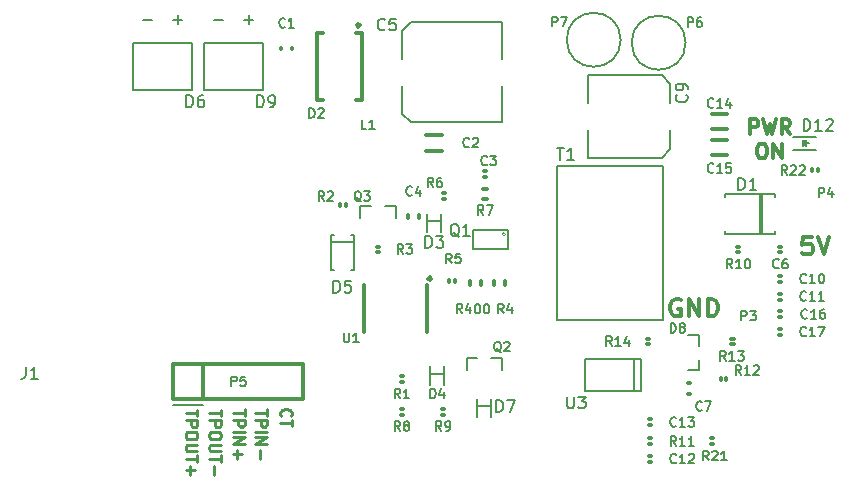
<source format=gto>
G04 #@! TF.FileFunction,Legend,Top*
%FSLAX45Y45*%
G04 Gerber Fmt 4.5, Leading zero omitted, Abs format (unit mm)*
G04 Created by KiCad (PCBNEW (2015-11-19 BZR 6326, Git 08d9b36)-product) date Mon 23 Nov 2015 03:22:04 AM EST*
%MOMM*%
G01*
G04 APERTURE LIST*
%ADD10C,0.100000*%
%ADD11C,0.300000*%
%ADD12C,0.250000*%
%ADD13C,0.350000*%
%ADD14C,0.150000*%
%ADD15C,0.200000*%
G04 APERTURE END LIST*
D10*
D11*
X13273333Y-4474048D02*
X13273333Y-4349048D01*
X13320952Y-4349048D01*
X13332857Y-4355000D01*
X13338810Y-4360952D01*
X13344762Y-4372857D01*
X13344762Y-4390714D01*
X13338810Y-4402619D01*
X13332857Y-4408571D01*
X13320952Y-4414524D01*
X13273333Y-4414524D01*
X13386429Y-4349048D02*
X13416190Y-4474048D01*
X13440000Y-4384762D01*
X13463810Y-4474048D01*
X13493571Y-4349048D01*
X13612619Y-4474048D02*
X13570952Y-4414524D01*
X13541190Y-4474048D02*
X13541190Y-4349048D01*
X13588810Y-4349048D01*
X13600714Y-4355000D01*
X13606667Y-4360952D01*
X13612619Y-4372857D01*
X13612619Y-4390714D01*
X13606667Y-4402619D01*
X13600714Y-4408571D01*
X13588810Y-4414524D01*
X13541190Y-4414524D01*
X13362619Y-4554048D02*
X13386429Y-4554048D01*
X13398333Y-4560000D01*
X13410238Y-4571905D01*
X13416190Y-4595714D01*
X13416190Y-4637381D01*
X13410238Y-4661191D01*
X13398333Y-4673095D01*
X13386429Y-4679048D01*
X13362619Y-4679048D01*
X13350714Y-4673095D01*
X13338809Y-4661191D01*
X13332857Y-4637381D01*
X13332857Y-4595714D01*
X13338809Y-4571905D01*
X13350714Y-4560000D01*
X13362619Y-4554048D01*
X13469762Y-4679048D02*
X13469762Y-4554048D01*
X13541190Y-4679048D01*
X13541190Y-4554048D01*
D12*
X9304286Y-6862857D02*
X9299524Y-6858095D01*
X9294762Y-6843810D01*
X9294762Y-6834286D01*
X9299524Y-6820000D01*
X9309048Y-6810476D01*
X9318571Y-6805714D01*
X9337619Y-6800952D01*
X9351905Y-6800952D01*
X9370952Y-6805714D01*
X9380476Y-6810476D01*
X9390000Y-6820000D01*
X9394762Y-6834286D01*
X9394762Y-6843810D01*
X9390000Y-6858095D01*
X9385238Y-6862857D01*
X9394762Y-6891429D02*
X9394762Y-6948571D01*
X9294762Y-6920000D02*
X9394762Y-6920000D01*
X9184762Y-6803333D02*
X9184762Y-6860476D01*
X9084762Y-6831905D02*
X9184762Y-6831905D01*
X9084762Y-6893810D02*
X9184762Y-6893810D01*
X9184762Y-6931905D01*
X9180000Y-6941429D01*
X9175238Y-6946191D01*
X9165714Y-6950952D01*
X9151429Y-6950952D01*
X9141905Y-6946191D01*
X9137143Y-6941429D01*
X9132381Y-6931905D01*
X9132381Y-6893810D01*
X9084762Y-6993810D02*
X9184762Y-6993810D01*
X9084762Y-7041429D02*
X9184762Y-7041429D01*
X9084762Y-7098571D01*
X9184762Y-7098571D01*
X9122857Y-7146190D02*
X9122857Y-7222381D01*
X8994762Y-6803333D02*
X8994762Y-6860476D01*
X8894762Y-6831905D02*
X8994762Y-6831905D01*
X8894762Y-6893810D02*
X8994762Y-6893810D01*
X8994762Y-6931905D01*
X8990000Y-6941429D01*
X8985238Y-6946191D01*
X8975714Y-6950952D01*
X8961429Y-6950952D01*
X8951905Y-6946191D01*
X8947143Y-6941429D01*
X8942381Y-6931905D01*
X8942381Y-6893810D01*
X8894762Y-6993810D02*
X8994762Y-6993810D01*
X8894762Y-7041429D02*
X8994762Y-7041429D01*
X8894762Y-7098571D01*
X8994762Y-7098571D01*
X8932857Y-7146190D02*
X8932857Y-7222381D01*
X8894762Y-7184286D02*
X8970952Y-7184286D01*
X8794762Y-6806667D02*
X8794762Y-6863810D01*
X8694762Y-6835238D02*
X8794762Y-6835238D01*
X8694762Y-6897143D02*
X8794762Y-6897143D01*
X8794762Y-6935238D01*
X8790000Y-6944762D01*
X8785238Y-6949524D01*
X8775714Y-6954286D01*
X8761429Y-6954286D01*
X8751905Y-6949524D01*
X8747143Y-6944762D01*
X8742381Y-6935238D01*
X8742381Y-6897143D01*
X8794762Y-7016190D02*
X8794762Y-7035238D01*
X8790000Y-7044762D01*
X8780476Y-7054286D01*
X8761429Y-7059048D01*
X8728095Y-7059048D01*
X8709048Y-7054286D01*
X8699524Y-7044762D01*
X8694762Y-7035238D01*
X8694762Y-7016190D01*
X8699524Y-7006667D01*
X8709048Y-6997143D01*
X8728095Y-6992381D01*
X8761429Y-6992381D01*
X8780476Y-6997143D01*
X8790000Y-7006667D01*
X8794762Y-7016190D01*
X8794762Y-7101905D02*
X8713810Y-7101905D01*
X8704286Y-7106667D01*
X8699524Y-7111429D01*
X8694762Y-7120952D01*
X8694762Y-7140000D01*
X8699524Y-7149524D01*
X8704286Y-7154286D01*
X8713810Y-7159048D01*
X8794762Y-7159048D01*
X8794762Y-7192381D02*
X8794762Y-7249524D01*
X8694762Y-7220952D02*
X8794762Y-7220952D01*
X8732857Y-7282857D02*
X8732857Y-7359048D01*
X8594762Y-6806667D02*
X8594762Y-6863810D01*
X8494762Y-6835238D02*
X8594762Y-6835238D01*
X8494762Y-6897143D02*
X8594762Y-6897143D01*
X8594762Y-6935238D01*
X8590000Y-6944762D01*
X8585238Y-6949524D01*
X8575714Y-6954286D01*
X8561429Y-6954286D01*
X8551905Y-6949524D01*
X8547143Y-6944762D01*
X8542381Y-6935238D01*
X8542381Y-6897143D01*
X8594762Y-7016190D02*
X8594762Y-7035238D01*
X8590000Y-7044762D01*
X8580476Y-7054286D01*
X8561429Y-7059048D01*
X8528095Y-7059048D01*
X8509048Y-7054286D01*
X8499524Y-7044762D01*
X8494762Y-7035238D01*
X8494762Y-7016190D01*
X8499524Y-7006667D01*
X8509048Y-6997143D01*
X8528095Y-6992381D01*
X8561429Y-6992381D01*
X8580476Y-6997143D01*
X8590000Y-7006667D01*
X8594762Y-7016190D01*
X8594762Y-7101905D02*
X8513810Y-7101905D01*
X8504286Y-7106667D01*
X8499524Y-7111429D01*
X8494762Y-7120952D01*
X8494762Y-7140000D01*
X8499524Y-7149524D01*
X8504286Y-7154286D01*
X8513810Y-7159048D01*
X8594762Y-7159048D01*
X8594762Y-7192381D02*
X8594762Y-7249524D01*
X8494762Y-7220952D02*
X8594762Y-7220952D01*
X8532857Y-7282857D02*
X8532857Y-7359048D01*
X8494762Y-7320952D02*
X8570952Y-7320952D01*
D11*
X12685714Y-5875000D02*
X12671429Y-5867857D01*
X12650000Y-5867857D01*
X12628571Y-5875000D01*
X12614286Y-5889286D01*
X12607143Y-5903571D01*
X12600000Y-5932143D01*
X12600000Y-5953571D01*
X12607143Y-5982143D01*
X12614286Y-5996429D01*
X12628571Y-6010714D01*
X12650000Y-6017857D01*
X12664286Y-6017857D01*
X12685714Y-6010714D01*
X12692857Y-6003571D01*
X12692857Y-5953571D01*
X12664286Y-5953571D01*
X12757143Y-6017857D02*
X12757143Y-5867857D01*
X12842857Y-6017857D01*
X12842857Y-5867857D01*
X12914286Y-6017857D02*
X12914286Y-5867857D01*
X12950000Y-5867857D01*
X12971429Y-5875000D01*
X12985714Y-5889286D01*
X12992857Y-5903571D01*
X13000000Y-5932143D01*
X13000000Y-5953571D01*
X12992857Y-5982143D01*
X12985714Y-5996429D01*
X12971429Y-6010714D01*
X12950000Y-6017857D01*
X12914286Y-6017857D01*
X13796429Y-5342857D02*
X13725000Y-5342857D01*
X13717857Y-5414286D01*
X13725000Y-5407143D01*
X13739286Y-5400000D01*
X13775000Y-5400000D01*
X13789286Y-5407143D01*
X13796429Y-5414286D01*
X13803571Y-5428571D01*
X13803571Y-5464286D01*
X13796429Y-5478571D01*
X13789286Y-5485714D01*
X13775000Y-5492857D01*
X13739286Y-5492857D01*
X13725000Y-5485714D01*
X13717857Y-5478571D01*
X13846429Y-5342857D02*
X13896429Y-5492857D01*
X13946429Y-5342857D01*
D13*
X10774600Y-5729600D02*
X10774600Y-5710400D01*
X10774600Y-5710400D02*
X10774600Y-5729600D01*
X10725400Y-5729600D02*
X10725400Y-5710400D01*
X10725400Y-5710400D02*
X10725400Y-5729600D01*
X9302900Y-3742900D02*
X9302900Y-3757100D01*
X9302900Y-3757100D02*
X9302900Y-3742900D01*
X9397100Y-3742900D02*
X9397100Y-3757100D01*
X9397100Y-3757100D02*
X9397100Y-3742900D01*
X10532900Y-4614600D02*
X10667100Y-4614600D01*
X10667100Y-4614600D02*
X10532900Y-4614600D01*
X10532900Y-4485400D02*
X10667100Y-4485400D01*
X10667100Y-4485400D02*
X10532900Y-4485400D01*
X11037100Y-4785400D02*
X11022900Y-4785400D01*
X11022900Y-4785400D02*
X11037100Y-4785400D01*
X11037100Y-4834600D02*
X11022900Y-4834600D01*
X11022900Y-4834600D02*
X11037100Y-4834600D01*
X10469600Y-5182100D02*
X10469600Y-5157900D01*
X10469600Y-5157900D02*
X10469600Y-5182100D01*
X10380400Y-5182100D02*
X10380400Y-5157900D01*
X10380400Y-5157900D02*
X10380400Y-5182100D01*
D14*
X10325000Y-3600000D02*
X10400000Y-3525000D01*
X10325000Y-4300000D02*
X10400000Y-4375000D01*
X11175000Y-4375000D02*
X11175000Y-4065000D01*
X10325000Y-3840000D02*
X10325000Y-3600000D01*
X10400000Y-3525000D02*
X11175000Y-3525000D01*
X11175000Y-3525000D02*
X11175000Y-3835000D01*
X10325000Y-4300000D02*
X10325000Y-4065000D01*
X10400000Y-4375000D02*
X11175000Y-4375000D01*
D13*
X13537100Y-5425400D02*
X13522900Y-5425400D01*
X13522900Y-5425400D02*
X13537100Y-5425400D01*
X13537100Y-5474600D02*
X13522900Y-5474600D01*
X13522900Y-5474600D02*
X13537100Y-5474600D01*
X12762100Y-6582900D02*
X12747900Y-6582900D01*
X12747900Y-6582900D02*
X12762100Y-6582900D01*
X12762100Y-6677100D02*
X12747900Y-6677100D01*
X12747900Y-6677100D02*
X12762100Y-6677100D01*
D14*
X12600000Y-4600000D02*
X12525000Y-4675000D01*
X12600000Y-4050000D02*
X12525000Y-3975000D01*
X11900000Y-3975000D02*
X11900000Y-4210000D01*
X12600000Y-4435000D02*
X12600000Y-4600000D01*
X12525000Y-4675000D02*
X11900000Y-4675000D01*
X11900000Y-4675000D02*
X11900000Y-4440000D01*
X12600000Y-4050000D02*
X12600000Y-4210000D01*
X12525000Y-3975000D02*
X11900000Y-3975000D01*
D13*
X13537100Y-5675400D02*
X13522900Y-5675400D01*
X13522900Y-5675400D02*
X13537100Y-5675400D01*
X13537100Y-5724600D02*
X13522900Y-5724600D01*
X13522900Y-5724600D02*
X13537100Y-5724600D01*
X13537100Y-5825400D02*
X13522900Y-5825400D01*
X13522900Y-5825400D02*
X13537100Y-5825400D01*
X13537100Y-5874600D02*
X13522900Y-5874600D01*
X13522900Y-5874600D02*
X13537100Y-5874600D01*
X12432100Y-7200400D02*
X12417900Y-7200400D01*
X12417900Y-7200400D02*
X12432100Y-7200400D01*
X12432100Y-7249600D02*
X12417900Y-7249600D01*
X12417900Y-7249600D02*
X12432100Y-7249600D01*
X12432100Y-6889270D02*
X12417900Y-6889270D01*
X12417900Y-6889270D02*
X12432100Y-6889270D01*
X12432100Y-6938470D02*
X12417900Y-6938470D01*
X12417900Y-6938470D02*
X12432100Y-6938470D01*
X12947900Y-4429600D02*
X13082100Y-4429600D01*
X13082100Y-4429600D02*
X12947900Y-4429600D01*
X12947900Y-4300400D02*
X13082100Y-4300400D01*
X13082100Y-4300400D02*
X12947900Y-4300400D01*
X12947900Y-4654600D02*
X13082100Y-4654600D01*
X13082100Y-4654600D02*
X12947900Y-4654600D01*
X12947900Y-4525400D02*
X13082100Y-4525400D01*
X13082100Y-4525400D02*
X12947900Y-4525400D01*
X13537100Y-5975400D02*
X13522900Y-5975400D01*
X13522900Y-5975400D02*
X13537100Y-5975400D01*
X13537100Y-6024600D02*
X13522900Y-6024600D01*
X13522900Y-6024600D02*
X13537100Y-6024600D01*
X13537100Y-6125400D02*
X13522900Y-6125400D01*
X13522900Y-6125400D02*
X13537100Y-6125400D01*
X13537100Y-6174600D02*
X13522900Y-6174600D01*
X13522900Y-6174600D02*
X13537100Y-6174600D01*
D11*
X13365000Y-4990000D02*
X13365000Y-5310000D01*
D14*
X13485000Y-5320000D02*
X13485000Y-5290000D01*
X13065000Y-5320000D02*
X13485000Y-5320000D01*
X13065000Y-5290000D02*
X13065000Y-5320000D01*
X13485000Y-4980000D02*
X13485000Y-5010000D01*
X13065000Y-4980000D02*
X13485000Y-4980000D01*
X13065000Y-5010000D02*
X13065000Y-4980000D01*
D13*
X9940600Y-3617300D02*
X9992700Y-3617300D01*
X9992700Y-3617300D02*
X9992700Y-4182700D01*
X9992700Y-4182700D02*
X9940600Y-4182700D01*
X9659400Y-3617300D02*
X9607300Y-3617300D01*
X9607300Y-3617300D02*
X9607300Y-4182700D01*
X9607300Y-4182700D02*
X9659400Y-4182700D01*
X9957110Y-3541100D02*
X9969810Y-3553800D01*
X9969810Y-3553800D02*
X9957110Y-3566500D01*
X9957110Y-3566500D02*
X9944410Y-3553800D01*
X9944410Y-3553800D02*
X9957110Y-3541100D01*
D15*
X10658366Y-5211995D02*
X10548366Y-5211995D01*
D14*
X10540000Y-5150000D02*
X10540000Y-5305000D01*
X10660000Y-5150000D02*
X10660000Y-5305000D01*
D15*
X10683366Y-6501994D02*
X10573366Y-6501994D01*
D14*
X10565000Y-6440000D02*
X10565000Y-6595000D01*
X10685000Y-6440000D02*
X10685000Y-6595000D01*
D15*
X9925000Y-5385000D02*
X9725000Y-5385000D01*
X9725000Y-5325000D02*
X9755000Y-5325000D01*
X9725000Y-5625000D02*
X9725000Y-5325000D01*
X9755000Y-5625000D02*
X9725000Y-5625000D01*
X9925000Y-5625000D02*
X9895000Y-5625000D01*
X9925000Y-5615000D02*
X9925000Y-5625000D01*
X9925000Y-5325000D02*
X9925000Y-5615000D01*
X9895000Y-5325000D02*
X9925000Y-5325000D01*
X8050000Y-4100000D02*
X8050000Y-3700000D01*
X8550000Y-4100000D02*
X8050000Y-4100000D01*
X8550000Y-3700000D02*
X8550000Y-4100000D01*
X8050000Y-3700000D02*
X8550000Y-3700000D01*
X11083366Y-6776994D02*
X10973366Y-6776994D01*
D14*
X10965000Y-6715000D02*
X10965000Y-6870000D01*
X11085000Y-6715000D02*
X11085000Y-6870000D01*
X12845000Y-6385000D02*
X12845000Y-6475000D01*
X12845000Y-6475000D02*
X12745000Y-6475000D01*
X12745000Y-6175000D02*
X12845000Y-6175000D01*
X12845000Y-6175000D02*
X12845000Y-6265000D01*
D15*
X8650000Y-4100000D02*
X8650000Y-3700000D01*
X9150000Y-4100000D02*
X8650000Y-4100000D01*
X9150000Y-3700000D02*
X9150000Y-4100000D01*
X8650000Y-3700000D02*
X9150000Y-3700000D01*
D14*
X13640000Y-4605000D02*
X13830000Y-4605000D01*
X13640000Y-4495000D02*
X13830000Y-4495000D01*
X13730000Y-4550000D02*
X13775000Y-4550000D01*
X13725000Y-4525000D02*
X13725000Y-4575000D01*
X13725000Y-4550000D02*
X13750000Y-4525000D01*
X13750000Y-4525000D02*
X13750000Y-4575000D01*
X13750000Y-4575000D02*
X13725000Y-4550000D01*
D13*
X8390000Y-6420000D02*
X9490000Y-6420000D01*
X9490000Y-6420000D02*
X9490000Y-6720000D01*
X9490000Y-6720000D02*
X8390000Y-6720000D01*
X8390000Y-6720000D02*
X8390000Y-6420000D01*
X8640000Y-6420000D02*
X8640000Y-6720000D01*
D14*
X8390000Y-6770000D02*
X8640000Y-6770000D01*
X12728600Y-3700000D02*
G75*
G03X12728600Y-3700000I-228600J0D01*
G01*
X12178600Y-3675000D02*
G75*
G03X12178600Y-3675000I-228600J0D01*
G01*
D10*
X11203482Y-5321300D02*
G75*
G03X11203482Y-5321300I-14142J0D01*
G01*
D15*
X10924340Y-5446300D02*
X10924340Y-5286300D01*
X11224340Y-5446300D02*
X10924340Y-5446300D01*
X11224340Y-5286300D02*
X11224340Y-5446300D01*
X10924340Y-5286300D02*
X11224340Y-5286300D01*
D14*
X11085000Y-6370000D02*
X11175000Y-6370000D01*
X11175000Y-6370000D02*
X11175000Y-6470000D01*
X10875000Y-6470000D02*
X10875000Y-6370000D01*
X10875000Y-6370000D02*
X10965000Y-6370000D01*
X10185000Y-5080000D02*
X10275000Y-5080000D01*
X10275000Y-5080000D02*
X10275000Y-5180000D01*
X9975000Y-5180000D02*
X9975000Y-5080000D01*
X9975000Y-5080000D02*
X10065000Y-5080000D01*
D13*
X10315400Y-6574600D02*
X10334600Y-6574600D01*
X10334600Y-6574600D02*
X10315400Y-6574600D01*
X10315400Y-6525400D02*
X10334600Y-6525400D01*
X10334600Y-6525400D02*
X10315400Y-6525400D01*
X9800400Y-5065400D02*
X9800400Y-5084600D01*
X9800400Y-5084600D02*
X9800400Y-5065400D01*
X9849600Y-5065400D02*
X9849600Y-5084600D01*
X9849600Y-5084600D02*
X9849600Y-5065400D01*
X10115400Y-5474600D02*
X10134600Y-5474600D01*
X10134600Y-5474600D02*
X10115400Y-5474600D01*
X10115400Y-5425400D02*
X10134600Y-5425400D01*
X10134600Y-5425400D02*
X10115400Y-5425400D01*
X11102900Y-5715400D02*
X11102900Y-5754600D01*
X11102900Y-5754600D02*
X11102900Y-5715400D01*
X11197100Y-5715400D02*
X11197100Y-5754600D01*
X11197100Y-5754600D02*
X11197100Y-5715400D01*
X10670400Y-5024600D02*
X10689600Y-5024600D01*
X10689600Y-5024600D02*
X10670400Y-5024600D01*
X10670400Y-4975400D02*
X10689600Y-4975400D01*
X10689600Y-4975400D02*
X10670400Y-4975400D01*
X11012900Y-5024600D02*
X11047100Y-5024600D01*
X11047100Y-5024600D02*
X11012900Y-5024600D01*
X11012900Y-4935400D02*
X11047100Y-4935400D01*
X11047100Y-4935400D02*
X11012900Y-4935400D01*
X10315400Y-6849600D02*
X10334600Y-6849600D01*
X10334600Y-6849600D02*
X10315400Y-6849600D01*
X10315400Y-6800400D02*
X10334600Y-6800400D01*
X10334600Y-6800400D02*
X10315400Y-6800400D01*
X10665400Y-6849600D02*
X10684600Y-6849600D01*
X10684600Y-6849600D02*
X10665400Y-6849600D01*
X10665400Y-6800400D02*
X10684600Y-6800400D01*
X10684600Y-6800400D02*
X10665400Y-6800400D01*
X13160400Y-5474600D02*
X13179600Y-5474600D01*
X13179600Y-5474600D02*
X13160400Y-5474600D01*
X13160400Y-5425400D02*
X13179600Y-5425400D01*
X13179600Y-5425400D02*
X13160400Y-5425400D01*
X12434600Y-7050400D02*
X12415400Y-7050400D01*
X12415400Y-7050400D02*
X12434600Y-7050400D01*
X12434600Y-7099600D02*
X12415400Y-7099600D01*
X12415400Y-7099600D02*
X12434600Y-7099600D01*
X13074600Y-6559600D02*
X13074600Y-6540400D01*
X13074600Y-6540400D02*
X13074600Y-6559600D01*
X13025400Y-6559600D02*
X13025400Y-6540400D01*
X13025400Y-6540400D02*
X13025400Y-6559600D01*
X13134600Y-6205400D02*
X13115400Y-6205400D01*
X13115400Y-6205400D02*
X13134600Y-6205400D01*
X13134600Y-6254600D02*
X13115400Y-6254600D01*
X13115400Y-6254600D02*
X13134600Y-6254600D01*
X12419600Y-6205400D02*
X12400400Y-6205400D01*
X12400400Y-6205400D02*
X12419600Y-6205400D01*
X12419600Y-6254600D02*
X12400400Y-6254600D01*
X12400400Y-6254600D02*
X12419600Y-6254600D01*
X12959600Y-7050400D02*
X12940400Y-7050400D01*
X12940400Y-7050400D02*
X12959600Y-7050400D01*
X12959600Y-7099600D02*
X12940400Y-7099600D01*
X12940400Y-7099600D02*
X12959600Y-7099600D01*
X13849600Y-4789600D02*
X13849600Y-4770400D01*
X13849600Y-4770400D02*
X13849600Y-4789600D01*
X13800400Y-4789600D02*
X13800400Y-4770400D01*
X13800400Y-4770400D02*
X13800400Y-4789600D01*
X10902900Y-5715400D02*
X10902900Y-5754600D01*
X10902900Y-5754600D02*
X10902900Y-5715400D01*
X10997100Y-5715400D02*
X10997100Y-5754600D01*
X10997100Y-5754600D02*
X10997100Y-5715400D01*
D14*
X12540000Y-4740000D02*
X11640000Y-4740000D01*
X12540000Y-6050000D02*
X11640000Y-6050000D01*
X11640000Y-4741000D02*
X11640000Y-6049000D01*
X12540000Y-6049000D02*
X12540000Y-4741000D01*
D13*
X10535900Y-5750500D02*
X10535900Y-6149500D01*
X10004100Y-5750500D02*
X10004100Y-6149500D01*
X10561300Y-5687000D02*
X10574000Y-5699700D01*
X10574000Y-5699700D02*
X10561300Y-5712400D01*
X10561300Y-5712400D02*
X10548600Y-5699700D01*
X10548600Y-5699700D02*
X10561300Y-5687000D01*
D15*
X12287500Y-6648500D02*
X12287500Y-6378500D01*
X11877500Y-6378500D02*
X11877500Y-6648500D01*
X12347500Y-6378500D02*
X11877500Y-6378500D01*
X12347500Y-6648500D02*
X12347500Y-6378500D01*
X11877500Y-6648500D02*
X12347500Y-6648500D01*
D14*
X10746667Y-5566191D02*
X10720000Y-5528095D01*
X10700952Y-5566191D02*
X10700952Y-5486191D01*
X10731429Y-5486191D01*
X10739048Y-5490000D01*
X10742857Y-5493810D01*
X10746667Y-5501429D01*
X10746667Y-5512857D01*
X10742857Y-5520476D01*
X10739048Y-5524286D01*
X10731429Y-5528095D01*
X10700952Y-5528095D01*
X10819048Y-5486191D02*
X10780952Y-5486191D01*
X10777143Y-5524286D01*
X10780952Y-5520476D01*
X10788572Y-5516667D01*
X10807619Y-5516667D01*
X10815238Y-5520476D01*
X10819048Y-5524286D01*
X10822857Y-5531905D01*
X10822857Y-5550952D01*
X10819048Y-5558571D01*
X10815238Y-5562381D01*
X10807619Y-5566191D01*
X10788572Y-5566191D01*
X10780952Y-5562381D01*
X10777143Y-5558571D01*
X9336667Y-3563571D02*
X9332857Y-3567381D01*
X9321429Y-3571190D01*
X9313810Y-3571190D01*
X9302381Y-3567381D01*
X9294762Y-3559762D01*
X9290952Y-3552143D01*
X9287143Y-3536905D01*
X9287143Y-3525476D01*
X9290952Y-3510238D01*
X9294762Y-3502619D01*
X9302381Y-3495000D01*
X9313810Y-3491190D01*
X9321429Y-3491190D01*
X9332857Y-3495000D01*
X9336667Y-3498809D01*
X9412857Y-3571190D02*
X9367143Y-3571190D01*
X9390000Y-3571190D02*
X9390000Y-3491190D01*
X9382381Y-3502619D01*
X9374762Y-3510238D01*
X9367143Y-3514048D01*
X10896667Y-4578571D02*
X10892857Y-4582381D01*
X10881429Y-4586191D01*
X10873810Y-4586191D01*
X10862381Y-4582381D01*
X10854762Y-4574762D01*
X10850952Y-4567143D01*
X10847143Y-4551905D01*
X10847143Y-4540476D01*
X10850952Y-4525238D01*
X10854762Y-4517619D01*
X10862381Y-4510000D01*
X10873810Y-4506191D01*
X10881429Y-4506191D01*
X10892857Y-4510000D01*
X10896667Y-4513810D01*
X10927143Y-4513810D02*
X10930952Y-4510000D01*
X10938572Y-4506191D01*
X10957619Y-4506191D01*
X10965238Y-4510000D01*
X10969048Y-4513810D01*
X10972857Y-4521429D01*
X10972857Y-4529048D01*
X10969048Y-4540476D01*
X10923333Y-4586191D01*
X10972857Y-4586191D01*
X11046667Y-4728571D02*
X11042857Y-4732381D01*
X11031429Y-4736191D01*
X11023810Y-4736191D01*
X11012381Y-4732381D01*
X11004762Y-4724762D01*
X11000952Y-4717143D01*
X10997143Y-4701905D01*
X10997143Y-4690476D01*
X11000952Y-4675238D01*
X11004762Y-4667619D01*
X11012381Y-4660000D01*
X11023810Y-4656191D01*
X11031429Y-4656191D01*
X11042857Y-4660000D01*
X11046667Y-4663810D01*
X11073333Y-4656191D02*
X11122857Y-4656191D01*
X11096191Y-4686667D01*
X11107619Y-4686667D01*
X11115238Y-4690476D01*
X11119048Y-4694286D01*
X11122857Y-4701905D01*
X11122857Y-4720952D01*
X11119048Y-4728571D01*
X11115238Y-4732381D01*
X11107619Y-4736191D01*
X11084762Y-4736191D01*
X11077143Y-4732381D01*
X11073333Y-4728571D01*
X10411667Y-4988571D02*
X10407857Y-4992381D01*
X10396429Y-4996191D01*
X10388810Y-4996191D01*
X10377381Y-4992381D01*
X10369762Y-4984762D01*
X10365952Y-4977143D01*
X10362143Y-4961905D01*
X10362143Y-4950476D01*
X10365952Y-4935238D01*
X10369762Y-4927619D01*
X10377381Y-4920000D01*
X10388810Y-4916191D01*
X10396429Y-4916191D01*
X10407857Y-4920000D01*
X10411667Y-4923810D01*
X10480238Y-4942857D02*
X10480238Y-4996191D01*
X10461191Y-4912381D02*
X10442143Y-4969524D01*
X10491667Y-4969524D01*
X10183333Y-3585714D02*
X10178572Y-3590476D01*
X10164286Y-3595238D01*
X10154762Y-3595238D01*
X10140476Y-3590476D01*
X10130952Y-3580952D01*
X10126191Y-3571429D01*
X10121429Y-3552381D01*
X10121429Y-3538095D01*
X10126191Y-3519048D01*
X10130952Y-3509524D01*
X10140476Y-3500000D01*
X10154762Y-3495238D01*
X10164286Y-3495238D01*
X10178572Y-3500000D01*
X10183333Y-3504762D01*
X10273810Y-3495238D02*
X10226191Y-3495238D01*
X10221429Y-3542857D01*
X10226191Y-3538095D01*
X10235714Y-3533333D01*
X10259524Y-3533333D01*
X10269048Y-3538095D01*
X10273810Y-3542857D01*
X10278572Y-3552381D01*
X10278572Y-3576190D01*
X10273810Y-3585714D01*
X10269048Y-3590476D01*
X10259524Y-3595238D01*
X10235714Y-3595238D01*
X10226191Y-3590476D01*
X10221429Y-3585714D01*
X13516667Y-5603571D02*
X13512857Y-5607381D01*
X13501429Y-5611190D01*
X13493810Y-5611190D01*
X13482381Y-5607381D01*
X13474762Y-5599762D01*
X13470952Y-5592143D01*
X13467143Y-5576905D01*
X13467143Y-5565476D01*
X13470952Y-5550238D01*
X13474762Y-5542619D01*
X13482381Y-5535000D01*
X13493810Y-5531191D01*
X13501429Y-5531191D01*
X13512857Y-5535000D01*
X13516667Y-5538810D01*
X13585238Y-5531191D02*
X13570000Y-5531191D01*
X13562381Y-5535000D01*
X13558571Y-5538810D01*
X13550952Y-5550238D01*
X13547143Y-5565476D01*
X13547143Y-5595952D01*
X13550952Y-5603571D01*
X13554762Y-5607381D01*
X13562381Y-5611190D01*
X13577619Y-5611190D01*
X13585238Y-5607381D01*
X13589048Y-5603571D01*
X13592857Y-5595952D01*
X13592857Y-5576905D01*
X13589048Y-5569286D01*
X13585238Y-5565476D01*
X13577619Y-5561667D01*
X13562381Y-5561667D01*
X13554762Y-5565476D01*
X13550952Y-5569286D01*
X13547143Y-5576905D01*
X12866667Y-6808571D02*
X12862857Y-6812381D01*
X12851429Y-6816190D01*
X12843810Y-6816190D01*
X12832381Y-6812381D01*
X12824762Y-6804762D01*
X12820952Y-6797143D01*
X12817143Y-6781905D01*
X12817143Y-6770476D01*
X12820952Y-6755238D01*
X12824762Y-6747619D01*
X12832381Y-6740000D01*
X12843810Y-6736190D01*
X12851429Y-6736190D01*
X12862857Y-6740000D01*
X12866667Y-6743809D01*
X12893333Y-6736190D02*
X12946667Y-6736190D01*
X12912381Y-6816190D01*
X12735714Y-4141667D02*
X12740476Y-4146428D01*
X12745238Y-4160714D01*
X12745238Y-4170238D01*
X12740476Y-4184524D01*
X12730952Y-4194048D01*
X12721429Y-4198810D01*
X12702381Y-4203571D01*
X12688095Y-4203571D01*
X12669048Y-4198810D01*
X12659524Y-4194048D01*
X12650000Y-4184524D01*
X12645238Y-4170238D01*
X12645238Y-4160714D01*
X12650000Y-4146428D01*
X12654762Y-4141667D01*
X12745238Y-4094048D02*
X12745238Y-4075000D01*
X12740476Y-4065476D01*
X12735714Y-4060714D01*
X12721429Y-4051190D01*
X12702381Y-4046428D01*
X12664286Y-4046428D01*
X12654762Y-4051190D01*
X12650000Y-4055952D01*
X12645238Y-4065476D01*
X12645238Y-4084524D01*
X12650000Y-4094048D01*
X12654762Y-4098809D01*
X12664286Y-4103571D01*
X12688095Y-4103571D01*
X12697619Y-4098809D01*
X12702381Y-4094048D01*
X12707143Y-4084524D01*
X12707143Y-4065476D01*
X12702381Y-4055952D01*
X12697619Y-4051190D01*
X12688095Y-4046428D01*
X13748571Y-5728571D02*
X13744762Y-5732381D01*
X13733333Y-5736190D01*
X13725714Y-5736190D01*
X13714286Y-5732381D01*
X13706667Y-5724762D01*
X13702857Y-5717143D01*
X13699048Y-5701905D01*
X13699048Y-5690476D01*
X13702857Y-5675238D01*
X13706667Y-5667619D01*
X13714286Y-5660000D01*
X13725714Y-5656190D01*
X13733333Y-5656190D01*
X13744762Y-5660000D01*
X13748571Y-5663809D01*
X13824762Y-5736190D02*
X13779048Y-5736190D01*
X13801905Y-5736190D02*
X13801905Y-5656190D01*
X13794286Y-5667619D01*
X13786667Y-5675238D01*
X13779048Y-5679048D01*
X13874286Y-5656190D02*
X13881905Y-5656190D01*
X13889524Y-5660000D01*
X13893333Y-5663809D01*
X13897143Y-5671429D01*
X13900952Y-5686667D01*
X13900952Y-5705714D01*
X13897143Y-5720952D01*
X13893333Y-5728571D01*
X13889524Y-5732381D01*
X13881905Y-5736190D01*
X13874286Y-5736190D01*
X13866667Y-5732381D01*
X13862857Y-5728571D01*
X13859048Y-5720952D01*
X13855238Y-5705714D01*
X13855238Y-5686667D01*
X13859048Y-5671429D01*
X13862857Y-5663809D01*
X13866667Y-5660000D01*
X13874286Y-5656190D01*
X13748571Y-5878571D02*
X13744762Y-5882381D01*
X13733333Y-5886190D01*
X13725714Y-5886190D01*
X13714286Y-5882381D01*
X13706667Y-5874762D01*
X13702857Y-5867143D01*
X13699048Y-5851905D01*
X13699048Y-5840476D01*
X13702857Y-5825238D01*
X13706667Y-5817619D01*
X13714286Y-5810000D01*
X13725714Y-5806190D01*
X13733333Y-5806190D01*
X13744762Y-5810000D01*
X13748571Y-5813809D01*
X13824762Y-5886190D02*
X13779048Y-5886190D01*
X13801905Y-5886190D02*
X13801905Y-5806190D01*
X13794286Y-5817619D01*
X13786667Y-5825238D01*
X13779048Y-5829048D01*
X13900952Y-5886190D02*
X13855238Y-5886190D01*
X13878095Y-5886190D02*
X13878095Y-5806190D01*
X13870476Y-5817619D01*
X13862857Y-5825238D01*
X13855238Y-5829048D01*
X12648571Y-7253571D02*
X12644762Y-7257381D01*
X12633333Y-7261190D01*
X12625714Y-7261190D01*
X12614286Y-7257381D01*
X12606667Y-7249762D01*
X12602857Y-7242143D01*
X12599048Y-7226905D01*
X12599048Y-7215476D01*
X12602857Y-7200238D01*
X12606667Y-7192619D01*
X12614286Y-7185000D01*
X12625714Y-7181190D01*
X12633333Y-7181190D01*
X12644762Y-7185000D01*
X12648571Y-7188809D01*
X12724762Y-7261190D02*
X12679048Y-7261190D01*
X12701905Y-7261190D02*
X12701905Y-7181190D01*
X12694286Y-7192619D01*
X12686667Y-7200238D01*
X12679048Y-7204048D01*
X12755238Y-7188809D02*
X12759048Y-7185000D01*
X12766667Y-7181190D01*
X12785714Y-7181190D01*
X12793333Y-7185000D01*
X12797143Y-7188809D01*
X12800952Y-7196429D01*
X12800952Y-7204048D01*
X12797143Y-7215476D01*
X12751429Y-7261190D01*
X12800952Y-7261190D01*
X12648571Y-6942441D02*
X12644762Y-6946251D01*
X12633333Y-6950060D01*
X12625714Y-6950060D01*
X12614286Y-6946251D01*
X12606667Y-6938632D01*
X12602857Y-6931013D01*
X12599048Y-6915775D01*
X12599048Y-6904346D01*
X12602857Y-6889108D01*
X12606667Y-6881489D01*
X12614286Y-6873870D01*
X12625714Y-6870060D01*
X12633333Y-6870060D01*
X12644762Y-6873870D01*
X12648571Y-6877679D01*
X12724762Y-6950060D02*
X12679048Y-6950060D01*
X12701905Y-6950060D02*
X12701905Y-6870060D01*
X12694286Y-6881489D01*
X12686667Y-6889108D01*
X12679048Y-6892917D01*
X12751429Y-6870060D02*
X12800952Y-6870060D01*
X12774286Y-6900537D01*
X12785714Y-6900537D01*
X12793333Y-6904346D01*
X12797143Y-6908156D01*
X12800952Y-6915775D01*
X12800952Y-6934822D01*
X12797143Y-6942441D01*
X12793333Y-6946251D01*
X12785714Y-6950060D01*
X12762857Y-6950060D01*
X12755238Y-6946251D01*
X12751429Y-6942441D01*
X12963571Y-4243571D02*
X12959762Y-4247381D01*
X12948333Y-4251191D01*
X12940714Y-4251191D01*
X12929286Y-4247381D01*
X12921667Y-4239762D01*
X12917857Y-4232143D01*
X12914048Y-4216905D01*
X12914048Y-4205476D01*
X12917857Y-4190238D01*
X12921667Y-4182619D01*
X12929286Y-4175000D01*
X12940714Y-4171190D01*
X12948333Y-4171190D01*
X12959762Y-4175000D01*
X12963571Y-4178809D01*
X13039762Y-4251191D02*
X12994048Y-4251191D01*
X13016905Y-4251191D02*
X13016905Y-4171190D01*
X13009286Y-4182619D01*
X13001667Y-4190238D01*
X12994048Y-4194048D01*
X13108333Y-4197857D02*
X13108333Y-4251191D01*
X13089286Y-4167381D02*
X13070238Y-4224524D01*
X13119762Y-4224524D01*
X12963571Y-4793571D02*
X12959762Y-4797381D01*
X12948333Y-4801191D01*
X12940714Y-4801191D01*
X12929286Y-4797381D01*
X12921667Y-4789762D01*
X12917857Y-4782143D01*
X12914048Y-4766905D01*
X12914048Y-4755476D01*
X12917857Y-4740238D01*
X12921667Y-4732619D01*
X12929286Y-4725000D01*
X12940714Y-4721191D01*
X12948333Y-4721191D01*
X12959762Y-4725000D01*
X12963571Y-4728810D01*
X13039762Y-4801191D02*
X12994048Y-4801191D01*
X13016905Y-4801191D02*
X13016905Y-4721191D01*
X13009286Y-4732619D01*
X13001667Y-4740238D01*
X12994048Y-4744048D01*
X13112143Y-4721191D02*
X13074048Y-4721191D01*
X13070238Y-4759286D01*
X13074048Y-4755476D01*
X13081667Y-4751667D01*
X13100714Y-4751667D01*
X13108333Y-4755476D01*
X13112143Y-4759286D01*
X13115952Y-4766905D01*
X13115952Y-4785952D01*
X13112143Y-4793571D01*
X13108333Y-4797381D01*
X13100714Y-4801191D01*
X13081667Y-4801191D01*
X13074048Y-4797381D01*
X13070238Y-4793571D01*
X13758571Y-6028571D02*
X13754762Y-6032381D01*
X13743333Y-6036190D01*
X13735714Y-6036190D01*
X13724286Y-6032381D01*
X13716667Y-6024762D01*
X13712857Y-6017143D01*
X13709048Y-6001905D01*
X13709048Y-5990476D01*
X13712857Y-5975238D01*
X13716667Y-5967619D01*
X13724286Y-5960000D01*
X13735714Y-5956190D01*
X13743333Y-5956190D01*
X13754762Y-5960000D01*
X13758571Y-5963809D01*
X13834762Y-6036190D02*
X13789048Y-6036190D01*
X13811905Y-6036190D02*
X13811905Y-5956190D01*
X13804286Y-5967619D01*
X13796667Y-5975238D01*
X13789048Y-5979048D01*
X13903333Y-5956190D02*
X13888095Y-5956190D01*
X13880476Y-5960000D01*
X13876667Y-5963809D01*
X13869048Y-5975238D01*
X13865238Y-5990476D01*
X13865238Y-6020952D01*
X13869048Y-6028571D01*
X13872857Y-6032381D01*
X13880476Y-6036190D01*
X13895714Y-6036190D01*
X13903333Y-6032381D01*
X13907143Y-6028571D01*
X13910952Y-6020952D01*
X13910952Y-6001905D01*
X13907143Y-5994286D01*
X13903333Y-5990476D01*
X13895714Y-5986667D01*
X13880476Y-5986667D01*
X13872857Y-5990476D01*
X13869048Y-5994286D01*
X13865238Y-6001905D01*
X13748571Y-6178571D02*
X13744762Y-6182381D01*
X13733333Y-6186190D01*
X13725714Y-6186190D01*
X13714286Y-6182381D01*
X13706667Y-6174762D01*
X13702857Y-6167143D01*
X13699048Y-6151905D01*
X13699048Y-6140476D01*
X13702857Y-6125238D01*
X13706667Y-6117619D01*
X13714286Y-6110000D01*
X13725714Y-6106190D01*
X13733333Y-6106190D01*
X13744762Y-6110000D01*
X13748571Y-6113809D01*
X13824762Y-6186190D02*
X13779048Y-6186190D01*
X13801905Y-6186190D02*
X13801905Y-6106190D01*
X13794286Y-6117619D01*
X13786667Y-6125238D01*
X13779048Y-6129048D01*
X13851429Y-6106190D02*
X13904762Y-6106190D01*
X13870476Y-6186190D01*
X13176190Y-4945238D02*
X13176190Y-4845238D01*
X13200000Y-4845238D01*
X13214286Y-4850000D01*
X13223810Y-4859524D01*
X13228571Y-4869048D01*
X13233333Y-4888095D01*
X13233333Y-4902381D01*
X13228571Y-4921429D01*
X13223810Y-4930952D01*
X13214286Y-4940476D01*
X13200000Y-4945238D01*
X13176190Y-4945238D01*
X13328571Y-4945238D02*
X13271429Y-4945238D01*
X13300000Y-4945238D02*
X13300000Y-4845238D01*
X13290476Y-4859524D01*
X13280952Y-4869048D01*
X13271429Y-4873810D01*
X9540952Y-4336191D02*
X9540952Y-4256191D01*
X9560000Y-4256191D01*
X9571429Y-4260000D01*
X9579048Y-4267619D01*
X9582857Y-4275238D01*
X9586667Y-4290476D01*
X9586667Y-4301905D01*
X9582857Y-4317143D01*
X9579048Y-4324762D01*
X9571429Y-4332381D01*
X9560000Y-4336191D01*
X9540952Y-4336191D01*
X9617143Y-4263810D02*
X9620952Y-4260000D01*
X9628572Y-4256191D01*
X9647619Y-4256191D01*
X9655238Y-4260000D01*
X9659048Y-4263810D01*
X9662857Y-4271429D01*
X9662857Y-4279048D01*
X9659048Y-4290476D01*
X9613333Y-4336191D01*
X9662857Y-4336191D01*
X10526191Y-5435238D02*
X10526191Y-5335238D01*
X10550000Y-5335238D01*
X10564286Y-5340000D01*
X10573810Y-5349524D01*
X10578572Y-5359048D01*
X10583333Y-5378095D01*
X10583333Y-5392381D01*
X10578572Y-5411429D01*
X10573810Y-5420952D01*
X10564286Y-5430476D01*
X10550000Y-5435238D01*
X10526191Y-5435238D01*
X10616667Y-5335238D02*
X10678572Y-5335238D01*
X10645238Y-5373333D01*
X10659524Y-5373333D01*
X10669048Y-5378095D01*
X10673810Y-5382857D01*
X10678572Y-5392381D01*
X10678572Y-5416191D01*
X10673810Y-5425714D01*
X10669048Y-5430476D01*
X10659524Y-5435238D01*
X10630952Y-5435238D01*
X10621429Y-5430476D01*
X10616667Y-5425714D01*
X10565952Y-6711190D02*
X10565952Y-6631190D01*
X10585000Y-6631190D01*
X10596429Y-6635000D01*
X10604048Y-6642619D01*
X10607857Y-6650238D01*
X10611667Y-6665476D01*
X10611667Y-6676905D01*
X10607857Y-6692143D01*
X10604048Y-6699762D01*
X10596429Y-6707381D01*
X10585000Y-6711190D01*
X10565952Y-6711190D01*
X10680238Y-6657857D02*
X10680238Y-6711190D01*
X10661191Y-6627381D02*
X10642143Y-6684524D01*
X10691667Y-6684524D01*
X9746191Y-5815238D02*
X9746191Y-5715238D01*
X9770000Y-5715238D01*
X9784286Y-5720000D01*
X9793810Y-5729524D01*
X9798572Y-5739048D01*
X9803333Y-5758095D01*
X9803333Y-5772381D01*
X9798572Y-5791429D01*
X9793810Y-5800952D01*
X9784286Y-5810476D01*
X9770000Y-5815238D01*
X9746191Y-5815238D01*
X9893810Y-5715238D02*
X9846191Y-5715238D01*
X9841429Y-5762857D01*
X9846191Y-5758095D01*
X9855714Y-5753333D01*
X9879524Y-5753333D01*
X9889048Y-5758095D01*
X9893810Y-5762857D01*
X9898572Y-5772381D01*
X9898572Y-5796190D01*
X9893810Y-5805714D01*
X9889048Y-5810476D01*
X9879524Y-5815238D01*
X9855714Y-5815238D01*
X9846191Y-5810476D01*
X9841429Y-5805714D01*
X8501191Y-4245238D02*
X8501191Y-4145238D01*
X8525000Y-4145238D01*
X8539286Y-4150000D01*
X8548810Y-4159524D01*
X8553572Y-4169048D01*
X8558333Y-4188095D01*
X8558333Y-4202381D01*
X8553572Y-4221429D01*
X8548810Y-4230952D01*
X8539286Y-4240476D01*
X8525000Y-4245238D01*
X8501191Y-4245238D01*
X8644048Y-4145238D02*
X8625000Y-4145238D01*
X8615476Y-4150000D01*
X8610714Y-4154762D01*
X8601191Y-4169048D01*
X8596429Y-4188095D01*
X8596429Y-4226191D01*
X8601191Y-4235714D01*
X8605952Y-4240476D01*
X8615476Y-4245238D01*
X8634524Y-4245238D01*
X8644048Y-4240476D01*
X8648810Y-4235714D01*
X8653572Y-4226191D01*
X8653572Y-4202381D01*
X8648810Y-4192857D01*
X8644048Y-4188095D01*
X8634524Y-4183333D01*
X8615476Y-4183333D01*
X8605952Y-4188095D01*
X8601191Y-4192857D01*
X8596429Y-4202381D01*
X8132108Y-3507143D02*
X8208298Y-3507143D01*
X8391905Y-3507143D02*
X8468095Y-3507143D01*
X8430000Y-3545238D02*
X8430000Y-3469048D01*
X11126191Y-6825238D02*
X11126191Y-6725238D01*
X11150000Y-6725238D01*
X11164286Y-6730000D01*
X11173810Y-6739524D01*
X11178572Y-6749048D01*
X11183333Y-6768095D01*
X11183333Y-6782381D01*
X11178572Y-6801429D01*
X11173810Y-6810952D01*
X11164286Y-6820476D01*
X11150000Y-6825238D01*
X11126191Y-6825238D01*
X11216667Y-6725238D02*
X11283333Y-6725238D01*
X11240476Y-6825238D01*
X12600952Y-6156190D02*
X12600952Y-6076190D01*
X12620000Y-6076190D01*
X12631429Y-6080000D01*
X12639048Y-6087619D01*
X12642857Y-6095238D01*
X12646667Y-6110476D01*
X12646667Y-6121905D01*
X12642857Y-6137143D01*
X12639048Y-6144762D01*
X12631429Y-6152381D01*
X12620000Y-6156190D01*
X12600952Y-6156190D01*
X12692381Y-6110476D02*
X12684762Y-6106667D01*
X12680952Y-6102857D01*
X12677143Y-6095238D01*
X12677143Y-6091429D01*
X12680952Y-6083809D01*
X12684762Y-6080000D01*
X12692381Y-6076190D01*
X12707619Y-6076190D01*
X12715238Y-6080000D01*
X12719048Y-6083809D01*
X12722857Y-6091429D01*
X12722857Y-6095238D01*
X12719048Y-6102857D01*
X12715238Y-6106667D01*
X12707619Y-6110476D01*
X12692381Y-6110476D01*
X12684762Y-6114286D01*
X12680952Y-6118095D01*
X12677143Y-6125714D01*
X12677143Y-6140952D01*
X12680952Y-6148571D01*
X12684762Y-6152381D01*
X12692381Y-6156190D01*
X12707619Y-6156190D01*
X12715238Y-6152381D01*
X12719048Y-6148571D01*
X12722857Y-6140952D01*
X12722857Y-6125714D01*
X12719048Y-6118095D01*
X12715238Y-6114286D01*
X12707619Y-6110476D01*
X9101191Y-4245238D02*
X9101191Y-4145238D01*
X9125000Y-4145238D01*
X9139286Y-4150000D01*
X9148810Y-4159524D01*
X9153572Y-4169048D01*
X9158333Y-4188095D01*
X9158333Y-4202381D01*
X9153572Y-4221429D01*
X9148810Y-4230952D01*
X9139286Y-4240476D01*
X9125000Y-4245238D01*
X9101191Y-4245238D01*
X9205952Y-4245238D02*
X9225000Y-4245238D01*
X9234524Y-4240476D01*
X9239286Y-4235714D01*
X9248810Y-4221429D01*
X9253572Y-4202381D01*
X9253572Y-4164286D01*
X9248810Y-4154762D01*
X9244048Y-4150000D01*
X9234524Y-4145238D01*
X9215476Y-4145238D01*
X9205952Y-4150000D01*
X9201191Y-4154762D01*
X9196429Y-4164286D01*
X9196429Y-4188095D01*
X9201191Y-4197619D01*
X9205952Y-4202381D01*
X9215476Y-4207143D01*
X9234524Y-4207143D01*
X9244048Y-4202381D01*
X9248810Y-4197619D01*
X9253572Y-4188095D01*
X8736905Y-3507143D02*
X8813095Y-3507143D01*
X8991905Y-3507143D02*
X9068095Y-3507143D01*
X9030000Y-3545238D02*
X9030000Y-3469048D01*
X13728571Y-4445238D02*
X13728571Y-4345238D01*
X13752381Y-4345238D01*
X13766667Y-4350000D01*
X13776190Y-4359524D01*
X13780952Y-4369048D01*
X13785714Y-4388095D01*
X13785714Y-4402381D01*
X13780952Y-4421429D01*
X13776190Y-4430952D01*
X13766667Y-4440476D01*
X13752381Y-4445238D01*
X13728571Y-4445238D01*
X13880952Y-4445238D02*
X13823809Y-4445238D01*
X13852381Y-4445238D02*
X13852381Y-4345238D01*
X13842857Y-4359524D01*
X13833333Y-4369048D01*
X13823809Y-4373810D01*
X13919048Y-4354762D02*
X13923809Y-4350000D01*
X13933333Y-4345238D01*
X13957143Y-4345238D01*
X13966667Y-4350000D01*
X13971429Y-4354762D01*
X13976190Y-4364286D01*
X13976190Y-4373810D01*
X13971429Y-4388095D01*
X13914286Y-4445238D01*
X13976190Y-4445238D01*
X7141667Y-6445238D02*
X7141667Y-6516667D01*
X7136905Y-6530952D01*
X7127381Y-6540476D01*
X7113095Y-6545238D01*
X7103571Y-6545238D01*
X7241667Y-6545238D02*
X7184524Y-6545238D01*
X7213095Y-6545238D02*
X7213095Y-6445238D01*
X7203571Y-6459524D01*
X7194048Y-6469048D01*
X7184524Y-6473809D01*
X10026667Y-4431191D02*
X9988571Y-4431191D01*
X9988571Y-4351191D01*
X10095238Y-4431191D02*
X10049524Y-4431191D01*
X10072381Y-4431191D02*
X10072381Y-4351191D01*
X10064762Y-4362619D01*
X10057143Y-4370238D01*
X10049524Y-4374048D01*
X8880952Y-6606190D02*
X8880952Y-6526190D01*
X8911429Y-6526190D01*
X8919048Y-6530000D01*
X8922857Y-6533809D01*
X8926667Y-6541429D01*
X8926667Y-6552857D01*
X8922857Y-6560476D01*
X8919048Y-6564286D01*
X8911429Y-6568095D01*
X8880952Y-6568095D01*
X8999048Y-6526190D02*
X8960952Y-6526190D01*
X8957143Y-6564286D01*
X8960952Y-6560476D01*
X8968572Y-6556667D01*
X8987619Y-6556667D01*
X8995238Y-6560476D01*
X8999048Y-6564286D01*
X9002857Y-6571905D01*
X9002857Y-6590952D01*
X8999048Y-6598571D01*
X8995238Y-6602381D01*
X8987619Y-6606190D01*
X8968572Y-6606190D01*
X8960952Y-6602381D01*
X8957143Y-6598571D01*
X12745952Y-3566190D02*
X12745952Y-3486190D01*
X12776429Y-3486190D01*
X12784048Y-3490000D01*
X12787857Y-3493809D01*
X12791667Y-3501429D01*
X12791667Y-3512857D01*
X12787857Y-3520476D01*
X12784048Y-3524286D01*
X12776429Y-3528095D01*
X12745952Y-3528095D01*
X12860238Y-3486190D02*
X12845000Y-3486190D01*
X12837381Y-3490000D01*
X12833571Y-3493809D01*
X12825952Y-3505238D01*
X12822143Y-3520476D01*
X12822143Y-3550952D01*
X12825952Y-3558571D01*
X12829762Y-3562381D01*
X12837381Y-3566190D01*
X12852619Y-3566190D01*
X12860238Y-3562381D01*
X12864048Y-3558571D01*
X12867857Y-3550952D01*
X12867857Y-3531905D01*
X12864048Y-3524286D01*
X12860238Y-3520476D01*
X12852619Y-3516667D01*
X12837381Y-3516667D01*
X12829762Y-3520476D01*
X12825952Y-3524286D01*
X12822143Y-3531905D01*
X11600952Y-3561190D02*
X11600952Y-3481190D01*
X11631429Y-3481190D01*
X11639048Y-3485000D01*
X11642857Y-3488809D01*
X11646667Y-3496429D01*
X11646667Y-3507857D01*
X11642857Y-3515476D01*
X11639048Y-3519286D01*
X11631429Y-3523095D01*
X11600952Y-3523095D01*
X11673333Y-3481190D02*
X11726667Y-3481190D01*
X11692381Y-3561190D01*
X10810476Y-5344762D02*
X10800952Y-5340000D01*
X10791429Y-5330476D01*
X10777143Y-5316191D01*
X10767619Y-5311429D01*
X10758095Y-5311429D01*
X10762857Y-5335238D02*
X10753333Y-5330476D01*
X10743810Y-5320952D01*
X10739048Y-5301905D01*
X10739048Y-5268571D01*
X10743810Y-5249524D01*
X10753333Y-5240000D01*
X10762857Y-5235238D01*
X10781905Y-5235238D01*
X10791429Y-5240000D01*
X10800952Y-5249524D01*
X10805714Y-5268571D01*
X10805714Y-5301905D01*
X10800952Y-5320952D01*
X10791429Y-5330476D01*
X10781905Y-5335238D01*
X10762857Y-5335238D01*
X10900952Y-5335238D02*
X10843810Y-5335238D01*
X10872381Y-5335238D02*
X10872381Y-5235238D01*
X10862857Y-5249524D01*
X10853333Y-5259048D01*
X10843810Y-5263810D01*
X11167381Y-6318809D02*
X11159762Y-6315000D01*
X11152143Y-6307381D01*
X11140714Y-6295952D01*
X11133095Y-6292143D01*
X11125476Y-6292143D01*
X11129286Y-6311190D02*
X11121667Y-6307381D01*
X11114048Y-6299762D01*
X11110238Y-6284524D01*
X11110238Y-6257857D01*
X11114048Y-6242619D01*
X11121667Y-6235000D01*
X11129286Y-6231190D01*
X11144524Y-6231190D01*
X11152143Y-6235000D01*
X11159762Y-6242619D01*
X11163571Y-6257857D01*
X11163571Y-6284524D01*
X11159762Y-6299762D01*
X11152143Y-6307381D01*
X11144524Y-6311190D01*
X11129286Y-6311190D01*
X11194048Y-6238809D02*
X11197857Y-6235000D01*
X11205476Y-6231190D01*
X11224524Y-6231190D01*
X11232143Y-6235000D01*
X11235952Y-6238809D01*
X11239762Y-6246429D01*
X11239762Y-6254048D01*
X11235952Y-6265476D01*
X11190238Y-6311190D01*
X11239762Y-6311190D01*
X9982381Y-5043810D02*
X9974762Y-5040000D01*
X9967143Y-5032381D01*
X9955714Y-5020952D01*
X9948095Y-5017143D01*
X9940476Y-5017143D01*
X9944286Y-5036191D02*
X9936667Y-5032381D01*
X9929048Y-5024762D01*
X9925238Y-5009524D01*
X9925238Y-4982857D01*
X9929048Y-4967619D01*
X9936667Y-4960000D01*
X9944286Y-4956191D01*
X9959524Y-4956191D01*
X9967143Y-4960000D01*
X9974762Y-4967619D01*
X9978571Y-4982857D01*
X9978571Y-5009524D01*
X9974762Y-5024762D01*
X9967143Y-5032381D01*
X9959524Y-5036191D01*
X9944286Y-5036191D01*
X10005238Y-4956191D02*
X10054762Y-4956191D01*
X10028095Y-4986667D01*
X10039524Y-4986667D01*
X10047143Y-4990476D01*
X10050952Y-4994286D01*
X10054762Y-5001905D01*
X10054762Y-5020952D01*
X10050952Y-5028571D01*
X10047143Y-5032381D01*
X10039524Y-5036191D01*
X10016667Y-5036191D01*
X10009048Y-5032381D01*
X10005238Y-5028571D01*
X10311667Y-6711190D02*
X10285000Y-6673095D01*
X10265952Y-6711190D02*
X10265952Y-6631190D01*
X10296429Y-6631190D01*
X10304048Y-6635000D01*
X10307857Y-6638809D01*
X10311667Y-6646429D01*
X10311667Y-6657857D01*
X10307857Y-6665476D01*
X10304048Y-6669286D01*
X10296429Y-6673095D01*
X10265952Y-6673095D01*
X10387857Y-6711190D02*
X10342143Y-6711190D01*
X10365000Y-6711190D02*
X10365000Y-6631190D01*
X10357381Y-6642619D01*
X10349762Y-6650238D01*
X10342143Y-6654048D01*
X9666667Y-5036191D02*
X9640000Y-4998095D01*
X9620952Y-5036191D02*
X9620952Y-4956191D01*
X9651429Y-4956191D01*
X9659048Y-4960000D01*
X9662857Y-4963810D01*
X9666667Y-4971429D01*
X9666667Y-4982857D01*
X9662857Y-4990476D01*
X9659048Y-4994286D01*
X9651429Y-4998095D01*
X9620952Y-4998095D01*
X9697143Y-4963810D02*
X9700952Y-4960000D01*
X9708572Y-4956191D01*
X9727619Y-4956191D01*
X9735238Y-4960000D01*
X9739048Y-4963810D01*
X9742857Y-4971429D01*
X9742857Y-4979048D01*
X9739048Y-4990476D01*
X9693333Y-5036191D01*
X9742857Y-5036191D01*
X10336667Y-5486191D02*
X10310000Y-5448095D01*
X10290952Y-5486191D02*
X10290952Y-5406191D01*
X10321429Y-5406191D01*
X10329048Y-5410000D01*
X10332857Y-5413810D01*
X10336667Y-5421429D01*
X10336667Y-5432857D01*
X10332857Y-5440476D01*
X10329048Y-5444286D01*
X10321429Y-5448095D01*
X10290952Y-5448095D01*
X10363333Y-5406191D02*
X10412857Y-5406191D01*
X10386191Y-5436667D01*
X10397619Y-5436667D01*
X10405238Y-5440476D01*
X10409048Y-5444286D01*
X10412857Y-5451905D01*
X10412857Y-5470952D01*
X10409048Y-5478571D01*
X10405238Y-5482381D01*
X10397619Y-5486191D01*
X10374762Y-5486191D01*
X10367143Y-5482381D01*
X10363333Y-5478571D01*
X11186667Y-5991190D02*
X11160000Y-5953095D01*
X11140952Y-5991190D02*
X11140952Y-5911190D01*
X11171429Y-5911190D01*
X11179048Y-5915000D01*
X11182857Y-5918809D01*
X11186667Y-5926429D01*
X11186667Y-5937857D01*
X11182857Y-5945476D01*
X11179048Y-5949286D01*
X11171429Y-5953095D01*
X11140952Y-5953095D01*
X11255238Y-5937857D02*
X11255238Y-5991190D01*
X11236190Y-5907381D02*
X11217143Y-5964524D01*
X11266667Y-5964524D01*
X10591667Y-4921191D02*
X10565000Y-4883095D01*
X10545952Y-4921191D02*
X10545952Y-4841191D01*
X10576429Y-4841191D01*
X10584048Y-4845000D01*
X10587857Y-4848810D01*
X10591667Y-4856429D01*
X10591667Y-4867857D01*
X10587857Y-4875476D01*
X10584048Y-4879286D01*
X10576429Y-4883095D01*
X10545952Y-4883095D01*
X10660238Y-4841191D02*
X10645000Y-4841191D01*
X10637381Y-4845000D01*
X10633572Y-4848810D01*
X10625952Y-4860238D01*
X10622143Y-4875476D01*
X10622143Y-4905952D01*
X10625952Y-4913571D01*
X10629762Y-4917381D01*
X10637381Y-4921191D01*
X10652619Y-4921191D01*
X10660238Y-4917381D01*
X10664048Y-4913571D01*
X10667857Y-4905952D01*
X10667857Y-4886905D01*
X10664048Y-4879286D01*
X10660238Y-4875476D01*
X10652619Y-4871667D01*
X10637381Y-4871667D01*
X10629762Y-4875476D01*
X10625952Y-4879286D01*
X10622143Y-4886905D01*
X11016667Y-5156191D02*
X10990000Y-5118095D01*
X10970952Y-5156191D02*
X10970952Y-5076191D01*
X11001429Y-5076191D01*
X11009048Y-5080000D01*
X11012857Y-5083810D01*
X11016667Y-5091429D01*
X11016667Y-5102857D01*
X11012857Y-5110476D01*
X11009048Y-5114286D01*
X11001429Y-5118095D01*
X10970952Y-5118095D01*
X11043333Y-5076191D02*
X11096667Y-5076191D01*
X11062381Y-5156191D01*
X10311667Y-6986190D02*
X10285000Y-6948095D01*
X10265952Y-6986190D02*
X10265952Y-6906190D01*
X10296429Y-6906190D01*
X10304048Y-6910000D01*
X10307857Y-6913809D01*
X10311667Y-6921429D01*
X10311667Y-6932857D01*
X10307857Y-6940476D01*
X10304048Y-6944286D01*
X10296429Y-6948095D01*
X10265952Y-6948095D01*
X10357381Y-6940476D02*
X10349762Y-6936667D01*
X10345952Y-6932857D01*
X10342143Y-6925238D01*
X10342143Y-6921429D01*
X10345952Y-6913809D01*
X10349762Y-6910000D01*
X10357381Y-6906190D01*
X10372619Y-6906190D01*
X10380238Y-6910000D01*
X10384048Y-6913809D01*
X10387857Y-6921429D01*
X10387857Y-6925238D01*
X10384048Y-6932857D01*
X10380238Y-6936667D01*
X10372619Y-6940476D01*
X10357381Y-6940476D01*
X10349762Y-6944286D01*
X10345952Y-6948095D01*
X10342143Y-6955714D01*
X10342143Y-6970952D01*
X10345952Y-6978571D01*
X10349762Y-6982381D01*
X10357381Y-6986190D01*
X10372619Y-6986190D01*
X10380238Y-6982381D01*
X10384048Y-6978571D01*
X10387857Y-6970952D01*
X10387857Y-6955714D01*
X10384048Y-6948095D01*
X10380238Y-6944286D01*
X10372619Y-6940476D01*
X10661667Y-6986190D02*
X10635000Y-6948095D01*
X10615952Y-6986190D02*
X10615952Y-6906190D01*
X10646429Y-6906190D01*
X10654048Y-6910000D01*
X10657857Y-6913809D01*
X10661667Y-6921429D01*
X10661667Y-6932857D01*
X10657857Y-6940476D01*
X10654048Y-6944286D01*
X10646429Y-6948095D01*
X10615952Y-6948095D01*
X10699762Y-6986190D02*
X10715000Y-6986190D01*
X10722619Y-6982381D01*
X10726429Y-6978571D01*
X10734048Y-6967143D01*
X10737857Y-6951905D01*
X10737857Y-6921429D01*
X10734048Y-6913809D01*
X10730238Y-6910000D01*
X10722619Y-6906190D01*
X10707381Y-6906190D01*
X10699762Y-6910000D01*
X10695952Y-6913809D01*
X10692143Y-6921429D01*
X10692143Y-6940476D01*
X10695952Y-6948095D01*
X10699762Y-6951905D01*
X10707381Y-6955714D01*
X10722619Y-6955714D01*
X10730238Y-6951905D01*
X10734048Y-6948095D01*
X10737857Y-6940476D01*
X13123571Y-5611190D02*
X13096905Y-5573095D01*
X13077857Y-5611190D02*
X13077857Y-5531191D01*
X13108333Y-5531191D01*
X13115952Y-5535000D01*
X13119762Y-5538810D01*
X13123571Y-5546429D01*
X13123571Y-5557857D01*
X13119762Y-5565476D01*
X13115952Y-5569286D01*
X13108333Y-5573095D01*
X13077857Y-5573095D01*
X13199762Y-5611190D02*
X13154048Y-5611190D01*
X13176905Y-5611190D02*
X13176905Y-5531191D01*
X13169286Y-5542619D01*
X13161667Y-5550238D01*
X13154048Y-5554048D01*
X13249286Y-5531191D02*
X13256905Y-5531191D01*
X13264524Y-5535000D01*
X13268333Y-5538810D01*
X13272143Y-5546429D01*
X13275952Y-5561667D01*
X13275952Y-5580714D01*
X13272143Y-5595952D01*
X13268333Y-5603571D01*
X13264524Y-5607381D01*
X13256905Y-5611190D01*
X13249286Y-5611190D01*
X13241667Y-5607381D01*
X13237857Y-5603571D01*
X13234048Y-5595952D01*
X13230238Y-5580714D01*
X13230238Y-5561667D01*
X13234048Y-5546429D01*
X13237857Y-5538810D01*
X13241667Y-5535000D01*
X13249286Y-5531191D01*
X12648571Y-7111190D02*
X12621905Y-7073095D01*
X12602857Y-7111190D02*
X12602857Y-7031190D01*
X12633333Y-7031190D01*
X12640952Y-7035000D01*
X12644762Y-7038809D01*
X12648571Y-7046429D01*
X12648571Y-7057857D01*
X12644762Y-7065476D01*
X12640952Y-7069286D01*
X12633333Y-7073095D01*
X12602857Y-7073095D01*
X12724762Y-7111190D02*
X12679048Y-7111190D01*
X12701905Y-7111190D02*
X12701905Y-7031190D01*
X12694286Y-7042619D01*
X12686667Y-7050238D01*
X12679048Y-7054048D01*
X12800952Y-7111190D02*
X12755238Y-7111190D01*
X12778095Y-7111190D02*
X12778095Y-7031190D01*
X12770476Y-7042619D01*
X12762857Y-7050238D01*
X12755238Y-7054048D01*
X13198571Y-6511190D02*
X13171905Y-6473095D01*
X13152857Y-6511190D02*
X13152857Y-6431190D01*
X13183333Y-6431190D01*
X13190952Y-6435000D01*
X13194762Y-6438809D01*
X13198571Y-6446429D01*
X13198571Y-6457857D01*
X13194762Y-6465476D01*
X13190952Y-6469286D01*
X13183333Y-6473095D01*
X13152857Y-6473095D01*
X13274762Y-6511190D02*
X13229048Y-6511190D01*
X13251905Y-6511190D02*
X13251905Y-6431190D01*
X13244286Y-6442619D01*
X13236667Y-6450238D01*
X13229048Y-6454048D01*
X13305238Y-6438809D02*
X13309048Y-6435000D01*
X13316667Y-6431190D01*
X13335714Y-6431190D01*
X13343333Y-6435000D01*
X13347143Y-6438809D01*
X13350952Y-6446429D01*
X13350952Y-6454048D01*
X13347143Y-6465476D01*
X13301429Y-6511190D01*
X13350952Y-6511190D01*
X13068571Y-6391190D02*
X13041905Y-6353095D01*
X13022857Y-6391190D02*
X13022857Y-6311190D01*
X13053333Y-6311190D01*
X13060952Y-6315000D01*
X13064762Y-6318809D01*
X13068571Y-6326429D01*
X13068571Y-6337857D01*
X13064762Y-6345476D01*
X13060952Y-6349286D01*
X13053333Y-6353095D01*
X13022857Y-6353095D01*
X13144762Y-6391190D02*
X13099048Y-6391190D01*
X13121905Y-6391190D02*
X13121905Y-6311190D01*
X13114286Y-6322619D01*
X13106667Y-6330238D01*
X13099048Y-6334048D01*
X13171429Y-6311190D02*
X13220952Y-6311190D01*
X13194286Y-6341667D01*
X13205714Y-6341667D01*
X13213333Y-6345476D01*
X13217143Y-6349286D01*
X13220952Y-6356905D01*
X13220952Y-6375952D01*
X13217143Y-6383571D01*
X13213333Y-6387381D01*
X13205714Y-6391190D01*
X13182857Y-6391190D01*
X13175238Y-6387381D01*
X13171429Y-6383571D01*
X12103571Y-6266190D02*
X12076905Y-6228095D01*
X12057857Y-6266190D02*
X12057857Y-6186190D01*
X12088333Y-6186190D01*
X12095952Y-6190000D01*
X12099762Y-6193809D01*
X12103571Y-6201429D01*
X12103571Y-6212857D01*
X12099762Y-6220476D01*
X12095952Y-6224286D01*
X12088333Y-6228095D01*
X12057857Y-6228095D01*
X12179762Y-6266190D02*
X12134048Y-6266190D01*
X12156905Y-6266190D02*
X12156905Y-6186190D01*
X12149286Y-6197619D01*
X12141667Y-6205238D01*
X12134048Y-6209048D01*
X12248333Y-6212857D02*
X12248333Y-6266190D01*
X12229286Y-6182381D02*
X12210238Y-6239524D01*
X12259762Y-6239524D01*
X12923571Y-7236190D02*
X12896905Y-7198095D01*
X12877857Y-7236190D02*
X12877857Y-7156190D01*
X12908333Y-7156190D01*
X12915952Y-7160000D01*
X12919762Y-7163809D01*
X12923571Y-7171429D01*
X12923571Y-7182857D01*
X12919762Y-7190476D01*
X12915952Y-7194286D01*
X12908333Y-7198095D01*
X12877857Y-7198095D01*
X12954048Y-7163809D02*
X12957857Y-7160000D01*
X12965476Y-7156190D01*
X12984524Y-7156190D01*
X12992143Y-7160000D01*
X12995952Y-7163809D01*
X12999762Y-7171429D01*
X12999762Y-7179048D01*
X12995952Y-7190476D01*
X12950238Y-7236190D01*
X12999762Y-7236190D01*
X13075952Y-7236190D02*
X13030238Y-7236190D01*
X13053095Y-7236190D02*
X13053095Y-7156190D01*
X13045476Y-7167619D01*
X13037857Y-7175238D01*
X13030238Y-7179048D01*
X13588571Y-4816191D02*
X13561905Y-4778095D01*
X13542857Y-4816191D02*
X13542857Y-4736191D01*
X13573333Y-4736191D01*
X13580952Y-4740000D01*
X13584762Y-4743810D01*
X13588571Y-4751429D01*
X13588571Y-4762857D01*
X13584762Y-4770476D01*
X13580952Y-4774286D01*
X13573333Y-4778095D01*
X13542857Y-4778095D01*
X13619048Y-4743810D02*
X13622857Y-4740000D01*
X13630476Y-4736191D01*
X13649524Y-4736191D01*
X13657143Y-4740000D01*
X13660952Y-4743810D01*
X13664762Y-4751429D01*
X13664762Y-4759048D01*
X13660952Y-4770476D01*
X13615238Y-4816191D01*
X13664762Y-4816191D01*
X13695238Y-4743810D02*
X13699048Y-4740000D01*
X13706667Y-4736191D01*
X13725714Y-4736191D01*
X13733333Y-4740000D01*
X13737143Y-4743810D01*
X13740952Y-4751429D01*
X13740952Y-4759048D01*
X13737143Y-4770476D01*
X13691429Y-4816191D01*
X13740952Y-4816191D01*
X10835476Y-5991190D02*
X10808810Y-5953095D01*
X10789762Y-5991190D02*
X10789762Y-5911190D01*
X10820238Y-5911190D01*
X10827857Y-5915000D01*
X10831667Y-5918809D01*
X10835476Y-5926429D01*
X10835476Y-5937857D01*
X10831667Y-5945476D01*
X10827857Y-5949286D01*
X10820238Y-5953095D01*
X10789762Y-5953095D01*
X10904048Y-5937857D02*
X10904048Y-5991190D01*
X10885000Y-5907381D02*
X10865952Y-5964524D01*
X10915476Y-5964524D01*
X10961191Y-5911190D02*
X10968810Y-5911190D01*
X10976429Y-5915000D01*
X10980238Y-5918809D01*
X10984048Y-5926429D01*
X10987857Y-5941667D01*
X10987857Y-5960714D01*
X10984048Y-5975952D01*
X10980238Y-5983571D01*
X10976429Y-5987381D01*
X10968810Y-5991190D01*
X10961191Y-5991190D01*
X10953572Y-5987381D01*
X10949762Y-5983571D01*
X10945952Y-5975952D01*
X10942143Y-5960714D01*
X10942143Y-5941667D01*
X10945952Y-5926429D01*
X10949762Y-5918809D01*
X10953572Y-5915000D01*
X10961191Y-5911190D01*
X11037381Y-5911190D02*
X11045000Y-5911190D01*
X11052619Y-5915000D01*
X11056429Y-5918809D01*
X11060238Y-5926429D01*
X11064048Y-5941667D01*
X11064048Y-5960714D01*
X11060238Y-5975952D01*
X11056429Y-5983571D01*
X11052619Y-5987381D01*
X11045000Y-5991190D01*
X11037381Y-5991190D01*
X11029762Y-5987381D01*
X11025952Y-5983571D01*
X11022143Y-5975952D01*
X11018333Y-5960714D01*
X11018333Y-5941667D01*
X11022143Y-5926429D01*
X11025952Y-5918809D01*
X11029762Y-5915000D01*
X11037381Y-5911190D01*
X11639809Y-4590238D02*
X11696952Y-4590238D01*
X11668381Y-4690238D02*
X11668381Y-4590238D01*
X11782667Y-4690238D02*
X11725524Y-4690238D01*
X11754095Y-4690238D02*
X11754095Y-4590238D01*
X11744571Y-4604524D01*
X11735048Y-4614048D01*
X11725524Y-4618810D01*
X9834048Y-6156190D02*
X9834048Y-6220952D01*
X9837857Y-6228571D01*
X9841667Y-6232381D01*
X9849286Y-6236190D01*
X9864524Y-6236190D01*
X9872143Y-6232381D01*
X9875952Y-6228571D01*
X9879762Y-6220952D01*
X9879762Y-6156190D01*
X9959762Y-6236190D02*
X9914048Y-6236190D01*
X9936905Y-6236190D02*
X9936905Y-6156190D01*
X9929286Y-6167619D01*
X9921667Y-6175238D01*
X9914048Y-6179048D01*
X11723809Y-6695238D02*
X11723809Y-6776190D01*
X11728571Y-6785714D01*
X11733333Y-6790476D01*
X11742857Y-6795238D01*
X11761905Y-6795238D01*
X11771429Y-6790476D01*
X11776190Y-6785714D01*
X11780952Y-6776190D01*
X11780952Y-6695238D01*
X11819048Y-6695238D02*
X11880952Y-6695238D01*
X11847619Y-6733333D01*
X11861905Y-6733333D01*
X11871429Y-6738095D01*
X11876190Y-6742857D01*
X11880952Y-6752381D01*
X11880952Y-6776190D01*
X11876190Y-6785714D01*
X11871429Y-6790476D01*
X11861905Y-6795238D01*
X11833333Y-6795238D01*
X11823809Y-6790476D01*
X11819048Y-6785714D01*
X13200952Y-6051190D02*
X13200952Y-5971190D01*
X13231429Y-5971190D01*
X13239048Y-5975000D01*
X13242857Y-5978809D01*
X13246667Y-5986429D01*
X13246667Y-5997857D01*
X13242857Y-6005476D01*
X13239048Y-6009286D01*
X13231429Y-6013095D01*
X13200952Y-6013095D01*
X13273333Y-5971190D02*
X13322857Y-5971190D01*
X13296190Y-6001667D01*
X13307619Y-6001667D01*
X13315238Y-6005476D01*
X13319048Y-6009286D01*
X13322857Y-6016905D01*
X13322857Y-6035952D01*
X13319048Y-6043571D01*
X13315238Y-6047381D01*
X13307619Y-6051190D01*
X13284762Y-6051190D01*
X13277143Y-6047381D01*
X13273333Y-6043571D01*
X13855952Y-5006191D02*
X13855952Y-4926191D01*
X13886429Y-4926191D01*
X13894048Y-4930000D01*
X13897857Y-4933810D01*
X13901667Y-4941429D01*
X13901667Y-4952857D01*
X13897857Y-4960476D01*
X13894048Y-4964286D01*
X13886429Y-4968095D01*
X13855952Y-4968095D01*
X13970238Y-4952857D02*
X13970238Y-5006191D01*
X13951190Y-4922381D02*
X13932143Y-4979524D01*
X13981667Y-4979524D01*
M02*

</source>
